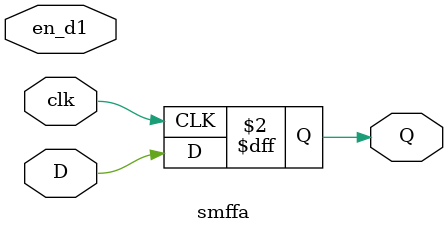
<source format=v>
module smffa
  (
   input  clk,
   input  en_d1,
   input  D,
   output reg Q
   );
   always @ (posedge clk) begin
   	Q <= D;
   end
endmodule
</source>
